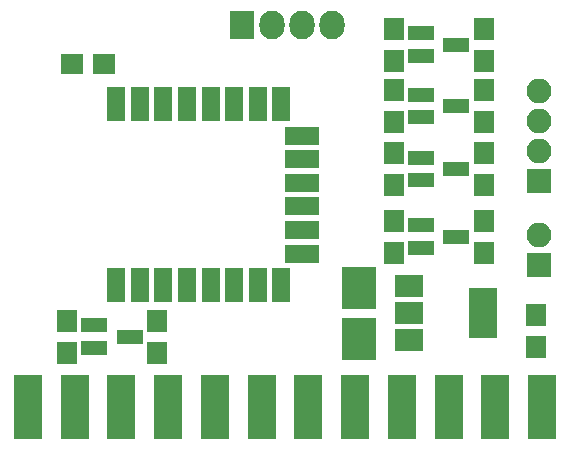
<source format=gts>
G04 #@! TF.FileFunction,Soldermask,Top*
%FSLAX46Y46*%
G04 Gerber Fmt 4.6, Leading zero omitted, Abs format (unit mm)*
G04 Created by KiCad (PCBNEW 4.0.6) date Sat Aug  5 17:49:28 2017*
%MOMM*%
%LPD*%
G01*
G04 APERTURE LIST*
%ADD10C,0.100000*%
%ADD11R,1.700000X1.900000*%
%ADD12R,2.127200X2.432000*%
%ADD13O,2.127200X2.432000*%
%ADD14R,2.900000X3.600000*%
%ADD15R,2.100000X2.100000*%
%ADD16O,2.100000X2.100000*%
%ADD17R,2.300000X1.200000*%
%ADD18R,1.900000X1.700000*%
%ADD19R,2.400000X4.200000*%
%ADD20R,2.400000X1.900000*%
%ADD21R,2.400000X5.400000*%
%ADD22R,1.500000X2.900000*%
%ADD23R,2.900000X1.500000*%
G04 APERTURE END LIST*
D10*
D11*
X95631000Y-121840000D03*
X95631000Y-124540000D03*
D12*
X82804000Y-110998000D03*
D13*
X85344000Y-110998000D03*
X87884000Y-110998000D03*
X90424000Y-110998000D03*
D14*
X92710000Y-137532000D03*
X92710000Y-133232000D03*
D15*
X107950000Y-124206000D03*
D16*
X107950000Y-121666000D03*
X107950000Y-119126000D03*
X107950000Y-116586000D03*
D15*
X107950000Y-131318000D03*
D16*
X107950000Y-128778000D03*
D17*
X97941000Y-111699000D03*
X97941000Y-113599000D03*
X100941000Y-112649000D03*
X97941000Y-116906000D03*
X97941000Y-118806000D03*
X100941000Y-117856000D03*
X97941000Y-122240000D03*
X97941000Y-124140000D03*
X100941000Y-123190000D03*
X97941000Y-127955000D03*
X97941000Y-129855000D03*
X100941000Y-128905000D03*
D11*
X95631000Y-111299000D03*
X95631000Y-113999000D03*
X103251000Y-111299000D03*
X103251000Y-113999000D03*
X95631000Y-116506000D03*
X95631000Y-119206000D03*
X103251000Y-116506000D03*
X103251000Y-119206000D03*
X95631000Y-127555000D03*
X95631000Y-130255000D03*
X103251000Y-121840000D03*
X103251000Y-124540000D03*
X103251000Y-127555000D03*
X103251000Y-130255000D03*
X107696000Y-135556000D03*
X107696000Y-138256000D03*
D18*
X68420000Y-114300000D03*
X71120000Y-114300000D03*
D11*
X67995800Y-136013200D03*
X67995800Y-138713200D03*
D19*
X103226000Y-135382000D03*
D20*
X96926000Y-135382000D03*
X96926000Y-137682000D03*
X96926000Y-133082000D03*
D21*
X108215000Y-143360000D03*
X104255000Y-143360000D03*
X100295000Y-143360000D03*
X96335000Y-143360000D03*
X92375000Y-143360000D03*
X88415000Y-143360000D03*
X84455000Y-143360000D03*
X80495000Y-143360000D03*
X76535000Y-143360000D03*
X72575000Y-143360000D03*
X68615000Y-143360000D03*
X64655000Y-143360000D03*
D17*
X70305800Y-136413200D03*
X70305800Y-138313200D03*
X73305800Y-137363200D03*
D11*
X75615800Y-136013200D03*
X75615800Y-138713200D03*
D22*
X72136000Y-133034000D03*
X74136000Y-133034000D03*
X76136000Y-133034000D03*
X78136000Y-133034000D03*
X80136000Y-133034000D03*
X82136000Y-133034000D03*
X84136000Y-133034000D03*
X86136000Y-133034000D03*
X86136000Y-117634000D03*
X84136000Y-117634000D03*
X82136000Y-117634000D03*
X80136000Y-117634000D03*
X78136000Y-117634000D03*
X76136000Y-117634000D03*
X74136000Y-117634000D03*
X72136000Y-117634000D03*
D23*
X87836000Y-130344000D03*
X87836000Y-128344000D03*
X87836000Y-126344000D03*
X87836000Y-124344000D03*
X87836000Y-122344000D03*
X87836000Y-120344000D03*
M02*

</source>
